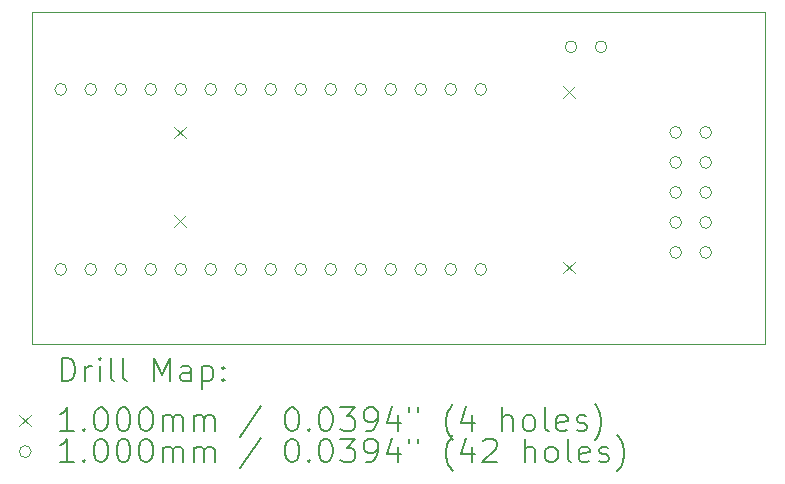
<source format=gbr>
%FSLAX45Y45*%
G04 Gerber Fmt 4.5, Leading zero omitted, Abs format (unit mm)*
G04 Created by KiCad (PCBNEW (6.0.0)) date 2022-03-06 12:03:01*
%MOMM*%
%LPD*%
G01*
G04 APERTURE LIST*
%TA.AperFunction,Profile*%
%ADD10C,0.100000*%
%TD*%
%ADD11C,0.200000*%
%ADD12C,0.100000*%
G04 APERTURE END LIST*
D10*
X0Y0D02*
X6212500Y0D01*
X6212500Y0D02*
X6212500Y2812500D01*
X6212500Y2812500D02*
X0Y2812500D01*
X0Y2812500D02*
X0Y0D01*
D11*
D12*
X1205000Y1095000D02*
X1305000Y995000D01*
X1305000Y1095000D02*
X1205000Y995000D01*
X1209000Y1843500D02*
X1309000Y1743500D01*
X1309000Y1843500D02*
X1209000Y1743500D01*
X4497500Y2185000D02*
X4597500Y2085000D01*
X4597500Y2185000D02*
X4497500Y2085000D01*
X4497500Y700000D02*
X4597500Y600000D01*
X4597500Y700000D02*
X4497500Y600000D01*
X296500Y2158000D02*
G75*
G03*
X296500Y2158000I-50000J0D01*
G01*
X296500Y634000D02*
G75*
G03*
X296500Y634000I-50000J0D01*
G01*
X550500Y2158000D02*
G75*
G03*
X550500Y2158000I-50000J0D01*
G01*
X550500Y634000D02*
G75*
G03*
X550500Y634000I-50000J0D01*
G01*
X804500Y2158000D02*
G75*
G03*
X804500Y2158000I-50000J0D01*
G01*
X804500Y634000D02*
G75*
G03*
X804500Y634000I-50000J0D01*
G01*
X1058500Y2158000D02*
G75*
G03*
X1058500Y2158000I-50000J0D01*
G01*
X1058500Y634000D02*
G75*
G03*
X1058500Y634000I-50000J0D01*
G01*
X1312500Y2158000D02*
G75*
G03*
X1312500Y2158000I-50000J0D01*
G01*
X1312500Y634000D02*
G75*
G03*
X1312500Y634000I-50000J0D01*
G01*
X1566500Y2158000D02*
G75*
G03*
X1566500Y2158000I-50000J0D01*
G01*
X1566500Y634000D02*
G75*
G03*
X1566500Y634000I-50000J0D01*
G01*
X1820500Y2158000D02*
G75*
G03*
X1820500Y2158000I-50000J0D01*
G01*
X1820500Y634000D02*
G75*
G03*
X1820500Y634000I-50000J0D01*
G01*
X2074500Y2158000D02*
G75*
G03*
X2074500Y2158000I-50000J0D01*
G01*
X2074500Y634000D02*
G75*
G03*
X2074500Y634000I-50000J0D01*
G01*
X2328500Y2158000D02*
G75*
G03*
X2328500Y2158000I-50000J0D01*
G01*
X2328500Y634000D02*
G75*
G03*
X2328500Y634000I-50000J0D01*
G01*
X2582500Y2158000D02*
G75*
G03*
X2582500Y2158000I-50000J0D01*
G01*
X2582500Y634000D02*
G75*
G03*
X2582500Y634000I-50000J0D01*
G01*
X2836500Y2158000D02*
G75*
G03*
X2836500Y2158000I-50000J0D01*
G01*
X2836500Y634000D02*
G75*
G03*
X2836500Y634000I-50000J0D01*
G01*
X3090500Y2158000D02*
G75*
G03*
X3090500Y2158000I-50000J0D01*
G01*
X3090500Y634000D02*
G75*
G03*
X3090500Y634000I-50000J0D01*
G01*
X3344500Y2158000D02*
G75*
G03*
X3344500Y2158000I-50000J0D01*
G01*
X3344500Y634000D02*
G75*
G03*
X3344500Y634000I-50000J0D01*
G01*
X3598500Y2158000D02*
G75*
G03*
X3598500Y2158000I-50000J0D01*
G01*
X3598500Y634000D02*
G75*
G03*
X3598500Y634000I-50000J0D01*
G01*
X3852500Y2158000D02*
G75*
G03*
X3852500Y2158000I-50000J0D01*
G01*
X3852500Y634000D02*
G75*
G03*
X3852500Y634000I-50000J0D01*
G01*
X4616000Y2517500D02*
G75*
G03*
X4616000Y2517500I-50000J0D01*
G01*
X4870000Y2517500D02*
G75*
G03*
X4870000Y2517500I-50000J0D01*
G01*
X5502500Y1793500D02*
G75*
G03*
X5502500Y1793500I-50000J0D01*
G01*
X5502500Y1539500D02*
G75*
G03*
X5502500Y1539500I-50000J0D01*
G01*
X5502500Y1285500D02*
G75*
G03*
X5502500Y1285500I-50000J0D01*
G01*
X5502500Y1031500D02*
G75*
G03*
X5502500Y1031500I-50000J0D01*
G01*
X5502500Y777500D02*
G75*
G03*
X5502500Y777500I-50000J0D01*
G01*
X5756500Y1793500D02*
G75*
G03*
X5756500Y1793500I-50000J0D01*
G01*
X5756500Y1539500D02*
G75*
G03*
X5756500Y1539500I-50000J0D01*
G01*
X5756500Y1285500D02*
G75*
G03*
X5756500Y1285500I-50000J0D01*
G01*
X5756500Y1031500D02*
G75*
G03*
X5756500Y1031500I-50000J0D01*
G01*
X5756500Y777500D02*
G75*
G03*
X5756500Y777500I-50000J0D01*
G01*
D11*
X252619Y-315476D02*
X252619Y-115476D01*
X300238Y-115476D01*
X328810Y-125000D01*
X347857Y-144048D01*
X357381Y-163095D01*
X366905Y-201190D01*
X366905Y-229762D01*
X357381Y-267857D01*
X347857Y-286905D01*
X328810Y-305952D01*
X300238Y-315476D01*
X252619Y-315476D01*
X452619Y-315476D02*
X452619Y-182143D01*
X452619Y-220238D02*
X462143Y-201190D01*
X471667Y-191667D01*
X490714Y-182143D01*
X509762Y-182143D01*
X576429Y-315476D02*
X576429Y-182143D01*
X576429Y-115476D02*
X566905Y-125000D01*
X576429Y-134524D01*
X585952Y-125000D01*
X576429Y-115476D01*
X576429Y-134524D01*
X700238Y-315476D02*
X681190Y-305952D01*
X671667Y-286905D01*
X671667Y-115476D01*
X805000Y-315476D02*
X785952Y-305952D01*
X776428Y-286905D01*
X776428Y-115476D01*
X1033571Y-315476D02*
X1033571Y-115476D01*
X1100238Y-258333D01*
X1166905Y-115476D01*
X1166905Y-315476D01*
X1347857Y-315476D02*
X1347857Y-210714D01*
X1338333Y-191667D01*
X1319286Y-182143D01*
X1281190Y-182143D01*
X1262143Y-191667D01*
X1347857Y-305952D02*
X1328810Y-315476D01*
X1281190Y-315476D01*
X1262143Y-305952D01*
X1252619Y-286905D01*
X1252619Y-267857D01*
X1262143Y-248809D01*
X1281190Y-239286D01*
X1328810Y-239286D01*
X1347857Y-229762D01*
X1443095Y-182143D02*
X1443095Y-382143D01*
X1443095Y-191667D02*
X1462143Y-182143D01*
X1500238Y-182143D01*
X1519286Y-191667D01*
X1528809Y-201190D01*
X1538333Y-220238D01*
X1538333Y-277381D01*
X1528809Y-296429D01*
X1519286Y-305952D01*
X1500238Y-315476D01*
X1462143Y-315476D01*
X1443095Y-305952D01*
X1624048Y-296429D02*
X1633571Y-305952D01*
X1624048Y-315476D01*
X1614524Y-305952D01*
X1624048Y-296429D01*
X1624048Y-315476D01*
X1624048Y-191667D02*
X1633571Y-201190D01*
X1624048Y-210714D01*
X1614524Y-201190D01*
X1624048Y-191667D01*
X1624048Y-210714D01*
D12*
X-105000Y-595000D02*
X-5000Y-695000D01*
X-5000Y-595000D02*
X-105000Y-695000D01*
D11*
X357381Y-735476D02*
X243095Y-735476D01*
X300238Y-735476D02*
X300238Y-535476D01*
X281190Y-564048D01*
X262143Y-583095D01*
X243095Y-592619D01*
X443095Y-716428D02*
X452619Y-725952D01*
X443095Y-735476D01*
X433571Y-725952D01*
X443095Y-716428D01*
X443095Y-735476D01*
X576429Y-535476D02*
X595476Y-535476D01*
X614524Y-545000D01*
X624048Y-554524D01*
X633571Y-573571D01*
X643095Y-611667D01*
X643095Y-659286D01*
X633571Y-697381D01*
X624048Y-716428D01*
X614524Y-725952D01*
X595476Y-735476D01*
X576429Y-735476D01*
X557381Y-725952D01*
X547857Y-716428D01*
X538333Y-697381D01*
X528810Y-659286D01*
X528810Y-611667D01*
X538333Y-573571D01*
X547857Y-554524D01*
X557381Y-545000D01*
X576429Y-535476D01*
X766905Y-535476D02*
X785952Y-535476D01*
X805000Y-545000D01*
X814524Y-554524D01*
X824048Y-573571D01*
X833571Y-611667D01*
X833571Y-659286D01*
X824048Y-697381D01*
X814524Y-716428D01*
X805000Y-725952D01*
X785952Y-735476D01*
X766905Y-735476D01*
X747857Y-725952D01*
X738333Y-716428D01*
X728809Y-697381D01*
X719286Y-659286D01*
X719286Y-611667D01*
X728809Y-573571D01*
X738333Y-554524D01*
X747857Y-545000D01*
X766905Y-535476D01*
X957381Y-535476D02*
X976428Y-535476D01*
X995476Y-545000D01*
X1005000Y-554524D01*
X1014524Y-573571D01*
X1024048Y-611667D01*
X1024048Y-659286D01*
X1014524Y-697381D01*
X1005000Y-716428D01*
X995476Y-725952D01*
X976428Y-735476D01*
X957381Y-735476D01*
X938333Y-725952D01*
X928809Y-716428D01*
X919286Y-697381D01*
X909762Y-659286D01*
X909762Y-611667D01*
X919286Y-573571D01*
X928809Y-554524D01*
X938333Y-545000D01*
X957381Y-535476D01*
X1109762Y-735476D02*
X1109762Y-602143D01*
X1109762Y-621190D02*
X1119286Y-611667D01*
X1138333Y-602143D01*
X1166905Y-602143D01*
X1185952Y-611667D01*
X1195476Y-630714D01*
X1195476Y-735476D01*
X1195476Y-630714D02*
X1205000Y-611667D01*
X1224048Y-602143D01*
X1252619Y-602143D01*
X1271667Y-611667D01*
X1281190Y-630714D01*
X1281190Y-735476D01*
X1376429Y-735476D02*
X1376429Y-602143D01*
X1376429Y-621190D02*
X1385952Y-611667D01*
X1405000Y-602143D01*
X1433571Y-602143D01*
X1452619Y-611667D01*
X1462143Y-630714D01*
X1462143Y-735476D01*
X1462143Y-630714D02*
X1471667Y-611667D01*
X1490714Y-602143D01*
X1519286Y-602143D01*
X1538333Y-611667D01*
X1547857Y-630714D01*
X1547857Y-735476D01*
X1938333Y-525952D02*
X1766905Y-783095D01*
X2195476Y-535476D02*
X2214524Y-535476D01*
X2233571Y-545000D01*
X2243095Y-554524D01*
X2252619Y-573571D01*
X2262143Y-611667D01*
X2262143Y-659286D01*
X2252619Y-697381D01*
X2243095Y-716428D01*
X2233571Y-725952D01*
X2214524Y-735476D01*
X2195476Y-735476D01*
X2176429Y-725952D01*
X2166905Y-716428D01*
X2157381Y-697381D01*
X2147857Y-659286D01*
X2147857Y-611667D01*
X2157381Y-573571D01*
X2166905Y-554524D01*
X2176429Y-545000D01*
X2195476Y-535476D01*
X2347857Y-716428D02*
X2357381Y-725952D01*
X2347857Y-735476D01*
X2338333Y-725952D01*
X2347857Y-716428D01*
X2347857Y-735476D01*
X2481190Y-535476D02*
X2500238Y-535476D01*
X2519286Y-545000D01*
X2528810Y-554524D01*
X2538333Y-573571D01*
X2547857Y-611667D01*
X2547857Y-659286D01*
X2538333Y-697381D01*
X2528810Y-716428D01*
X2519286Y-725952D01*
X2500238Y-735476D01*
X2481190Y-735476D01*
X2462143Y-725952D01*
X2452619Y-716428D01*
X2443095Y-697381D01*
X2433571Y-659286D01*
X2433571Y-611667D01*
X2443095Y-573571D01*
X2452619Y-554524D01*
X2462143Y-545000D01*
X2481190Y-535476D01*
X2614524Y-535476D02*
X2738333Y-535476D01*
X2671667Y-611667D01*
X2700238Y-611667D01*
X2719286Y-621190D01*
X2728810Y-630714D01*
X2738333Y-649762D01*
X2738333Y-697381D01*
X2728810Y-716428D01*
X2719286Y-725952D01*
X2700238Y-735476D01*
X2643095Y-735476D01*
X2624048Y-725952D01*
X2614524Y-716428D01*
X2833571Y-735476D02*
X2871667Y-735476D01*
X2890714Y-725952D01*
X2900238Y-716428D01*
X2919286Y-687857D01*
X2928809Y-649762D01*
X2928809Y-573571D01*
X2919286Y-554524D01*
X2909762Y-545000D01*
X2890714Y-535476D01*
X2852619Y-535476D01*
X2833571Y-545000D01*
X2824048Y-554524D01*
X2814524Y-573571D01*
X2814524Y-621190D01*
X2824048Y-640238D01*
X2833571Y-649762D01*
X2852619Y-659286D01*
X2890714Y-659286D01*
X2909762Y-649762D01*
X2919286Y-640238D01*
X2928809Y-621190D01*
X3100238Y-602143D02*
X3100238Y-735476D01*
X3052619Y-525952D02*
X3005000Y-668810D01*
X3128809Y-668810D01*
X3195476Y-535476D02*
X3195476Y-573571D01*
X3271667Y-535476D02*
X3271667Y-573571D01*
X3566905Y-811667D02*
X3557381Y-802143D01*
X3538333Y-773571D01*
X3528809Y-754524D01*
X3519286Y-725952D01*
X3509762Y-678333D01*
X3509762Y-640238D01*
X3519286Y-592619D01*
X3528809Y-564048D01*
X3538333Y-545000D01*
X3557381Y-516428D01*
X3566905Y-506905D01*
X3728809Y-602143D02*
X3728809Y-735476D01*
X3681190Y-525952D02*
X3633571Y-668810D01*
X3757381Y-668810D01*
X3985952Y-735476D02*
X3985952Y-535476D01*
X4071667Y-735476D02*
X4071667Y-630714D01*
X4062143Y-611667D01*
X4043095Y-602143D01*
X4014524Y-602143D01*
X3995476Y-611667D01*
X3985952Y-621190D01*
X4195476Y-735476D02*
X4176428Y-725952D01*
X4166905Y-716428D01*
X4157381Y-697381D01*
X4157381Y-640238D01*
X4166905Y-621190D01*
X4176428Y-611667D01*
X4195476Y-602143D01*
X4224048Y-602143D01*
X4243095Y-611667D01*
X4252619Y-621190D01*
X4262143Y-640238D01*
X4262143Y-697381D01*
X4252619Y-716428D01*
X4243095Y-725952D01*
X4224048Y-735476D01*
X4195476Y-735476D01*
X4376429Y-735476D02*
X4357381Y-725952D01*
X4347857Y-706905D01*
X4347857Y-535476D01*
X4528810Y-725952D02*
X4509762Y-735476D01*
X4471667Y-735476D01*
X4452619Y-725952D01*
X4443095Y-706905D01*
X4443095Y-630714D01*
X4452619Y-611667D01*
X4471667Y-602143D01*
X4509762Y-602143D01*
X4528810Y-611667D01*
X4538333Y-630714D01*
X4538333Y-649762D01*
X4443095Y-668810D01*
X4614524Y-725952D02*
X4633571Y-735476D01*
X4671667Y-735476D01*
X4690714Y-725952D01*
X4700238Y-706905D01*
X4700238Y-697381D01*
X4690714Y-678333D01*
X4671667Y-668810D01*
X4643095Y-668810D01*
X4624048Y-659286D01*
X4614524Y-640238D01*
X4614524Y-630714D01*
X4624048Y-611667D01*
X4643095Y-602143D01*
X4671667Y-602143D01*
X4690714Y-611667D01*
X4766905Y-811667D02*
X4776429Y-802143D01*
X4795476Y-773571D01*
X4805000Y-754524D01*
X4814524Y-725952D01*
X4824048Y-678333D01*
X4824048Y-640238D01*
X4814524Y-592619D01*
X4805000Y-564048D01*
X4795476Y-545000D01*
X4776429Y-516428D01*
X4766905Y-506905D01*
D12*
X-5000Y-909000D02*
G75*
G03*
X-5000Y-909000I-50000J0D01*
G01*
D11*
X357381Y-999476D02*
X243095Y-999476D01*
X300238Y-999476D02*
X300238Y-799476D01*
X281190Y-828048D01*
X262143Y-847095D01*
X243095Y-856619D01*
X443095Y-980428D02*
X452619Y-989952D01*
X443095Y-999476D01*
X433571Y-989952D01*
X443095Y-980428D01*
X443095Y-999476D01*
X576429Y-799476D02*
X595476Y-799476D01*
X614524Y-809000D01*
X624048Y-818524D01*
X633571Y-837571D01*
X643095Y-875667D01*
X643095Y-923286D01*
X633571Y-961381D01*
X624048Y-980428D01*
X614524Y-989952D01*
X595476Y-999476D01*
X576429Y-999476D01*
X557381Y-989952D01*
X547857Y-980428D01*
X538333Y-961381D01*
X528810Y-923286D01*
X528810Y-875667D01*
X538333Y-837571D01*
X547857Y-818524D01*
X557381Y-809000D01*
X576429Y-799476D01*
X766905Y-799476D02*
X785952Y-799476D01*
X805000Y-809000D01*
X814524Y-818524D01*
X824048Y-837571D01*
X833571Y-875667D01*
X833571Y-923286D01*
X824048Y-961381D01*
X814524Y-980428D01*
X805000Y-989952D01*
X785952Y-999476D01*
X766905Y-999476D01*
X747857Y-989952D01*
X738333Y-980428D01*
X728809Y-961381D01*
X719286Y-923286D01*
X719286Y-875667D01*
X728809Y-837571D01*
X738333Y-818524D01*
X747857Y-809000D01*
X766905Y-799476D01*
X957381Y-799476D02*
X976428Y-799476D01*
X995476Y-809000D01*
X1005000Y-818524D01*
X1014524Y-837571D01*
X1024048Y-875667D01*
X1024048Y-923286D01*
X1014524Y-961381D01*
X1005000Y-980428D01*
X995476Y-989952D01*
X976428Y-999476D01*
X957381Y-999476D01*
X938333Y-989952D01*
X928809Y-980428D01*
X919286Y-961381D01*
X909762Y-923286D01*
X909762Y-875667D01*
X919286Y-837571D01*
X928809Y-818524D01*
X938333Y-809000D01*
X957381Y-799476D01*
X1109762Y-999476D02*
X1109762Y-866143D01*
X1109762Y-885190D02*
X1119286Y-875667D01*
X1138333Y-866143D01*
X1166905Y-866143D01*
X1185952Y-875667D01*
X1195476Y-894714D01*
X1195476Y-999476D01*
X1195476Y-894714D02*
X1205000Y-875667D01*
X1224048Y-866143D01*
X1252619Y-866143D01*
X1271667Y-875667D01*
X1281190Y-894714D01*
X1281190Y-999476D01*
X1376429Y-999476D02*
X1376429Y-866143D01*
X1376429Y-885190D02*
X1385952Y-875667D01*
X1405000Y-866143D01*
X1433571Y-866143D01*
X1452619Y-875667D01*
X1462143Y-894714D01*
X1462143Y-999476D01*
X1462143Y-894714D02*
X1471667Y-875667D01*
X1490714Y-866143D01*
X1519286Y-866143D01*
X1538333Y-875667D01*
X1547857Y-894714D01*
X1547857Y-999476D01*
X1938333Y-789952D02*
X1766905Y-1047095D01*
X2195476Y-799476D02*
X2214524Y-799476D01*
X2233571Y-809000D01*
X2243095Y-818524D01*
X2252619Y-837571D01*
X2262143Y-875667D01*
X2262143Y-923286D01*
X2252619Y-961381D01*
X2243095Y-980428D01*
X2233571Y-989952D01*
X2214524Y-999476D01*
X2195476Y-999476D01*
X2176429Y-989952D01*
X2166905Y-980428D01*
X2157381Y-961381D01*
X2147857Y-923286D01*
X2147857Y-875667D01*
X2157381Y-837571D01*
X2166905Y-818524D01*
X2176429Y-809000D01*
X2195476Y-799476D01*
X2347857Y-980428D02*
X2357381Y-989952D01*
X2347857Y-999476D01*
X2338333Y-989952D01*
X2347857Y-980428D01*
X2347857Y-999476D01*
X2481190Y-799476D02*
X2500238Y-799476D01*
X2519286Y-809000D01*
X2528810Y-818524D01*
X2538333Y-837571D01*
X2547857Y-875667D01*
X2547857Y-923286D01*
X2538333Y-961381D01*
X2528810Y-980428D01*
X2519286Y-989952D01*
X2500238Y-999476D01*
X2481190Y-999476D01*
X2462143Y-989952D01*
X2452619Y-980428D01*
X2443095Y-961381D01*
X2433571Y-923286D01*
X2433571Y-875667D01*
X2443095Y-837571D01*
X2452619Y-818524D01*
X2462143Y-809000D01*
X2481190Y-799476D01*
X2614524Y-799476D02*
X2738333Y-799476D01*
X2671667Y-875667D01*
X2700238Y-875667D01*
X2719286Y-885190D01*
X2728810Y-894714D01*
X2738333Y-913762D01*
X2738333Y-961381D01*
X2728810Y-980428D01*
X2719286Y-989952D01*
X2700238Y-999476D01*
X2643095Y-999476D01*
X2624048Y-989952D01*
X2614524Y-980428D01*
X2833571Y-999476D02*
X2871667Y-999476D01*
X2890714Y-989952D01*
X2900238Y-980428D01*
X2919286Y-951857D01*
X2928809Y-913762D01*
X2928809Y-837571D01*
X2919286Y-818524D01*
X2909762Y-809000D01*
X2890714Y-799476D01*
X2852619Y-799476D01*
X2833571Y-809000D01*
X2824048Y-818524D01*
X2814524Y-837571D01*
X2814524Y-885190D01*
X2824048Y-904238D01*
X2833571Y-913762D01*
X2852619Y-923286D01*
X2890714Y-923286D01*
X2909762Y-913762D01*
X2919286Y-904238D01*
X2928809Y-885190D01*
X3100238Y-866143D02*
X3100238Y-999476D01*
X3052619Y-789952D02*
X3005000Y-932809D01*
X3128809Y-932809D01*
X3195476Y-799476D02*
X3195476Y-837571D01*
X3271667Y-799476D02*
X3271667Y-837571D01*
X3566905Y-1075667D02*
X3557381Y-1066143D01*
X3538333Y-1037571D01*
X3528809Y-1018524D01*
X3519286Y-989952D01*
X3509762Y-942333D01*
X3509762Y-904238D01*
X3519286Y-856619D01*
X3528809Y-828048D01*
X3538333Y-809000D01*
X3557381Y-780428D01*
X3566905Y-770905D01*
X3728809Y-866143D02*
X3728809Y-999476D01*
X3681190Y-789952D02*
X3633571Y-932809D01*
X3757381Y-932809D01*
X3824048Y-818524D02*
X3833571Y-809000D01*
X3852619Y-799476D01*
X3900238Y-799476D01*
X3919286Y-809000D01*
X3928809Y-818524D01*
X3938333Y-837571D01*
X3938333Y-856619D01*
X3928809Y-885190D01*
X3814524Y-999476D01*
X3938333Y-999476D01*
X4176428Y-999476D02*
X4176428Y-799476D01*
X4262143Y-999476D02*
X4262143Y-894714D01*
X4252619Y-875667D01*
X4233571Y-866143D01*
X4205000Y-866143D01*
X4185952Y-875667D01*
X4176428Y-885190D01*
X4385952Y-999476D02*
X4366905Y-989952D01*
X4357381Y-980428D01*
X4347857Y-961381D01*
X4347857Y-904238D01*
X4357381Y-885190D01*
X4366905Y-875667D01*
X4385952Y-866143D01*
X4414524Y-866143D01*
X4433571Y-875667D01*
X4443095Y-885190D01*
X4452619Y-904238D01*
X4452619Y-961381D01*
X4443095Y-980428D01*
X4433571Y-989952D01*
X4414524Y-999476D01*
X4385952Y-999476D01*
X4566905Y-999476D02*
X4547857Y-989952D01*
X4538333Y-970905D01*
X4538333Y-799476D01*
X4719286Y-989952D02*
X4700238Y-999476D01*
X4662143Y-999476D01*
X4643095Y-989952D01*
X4633571Y-970905D01*
X4633571Y-894714D01*
X4643095Y-875667D01*
X4662143Y-866143D01*
X4700238Y-866143D01*
X4719286Y-875667D01*
X4728810Y-894714D01*
X4728810Y-913762D01*
X4633571Y-932809D01*
X4805000Y-989952D02*
X4824048Y-999476D01*
X4862143Y-999476D01*
X4881190Y-989952D01*
X4890714Y-970905D01*
X4890714Y-961381D01*
X4881190Y-942333D01*
X4862143Y-932809D01*
X4833571Y-932809D01*
X4814524Y-923286D01*
X4805000Y-904238D01*
X4805000Y-894714D01*
X4814524Y-875667D01*
X4833571Y-866143D01*
X4862143Y-866143D01*
X4881190Y-875667D01*
X4957381Y-1075667D02*
X4966905Y-1066143D01*
X4985952Y-1037571D01*
X4995476Y-1018524D01*
X5005000Y-989952D01*
X5014524Y-942333D01*
X5014524Y-904238D01*
X5005000Y-856619D01*
X4995476Y-828048D01*
X4985952Y-809000D01*
X4966905Y-780428D01*
X4957381Y-770905D01*
M02*

</source>
